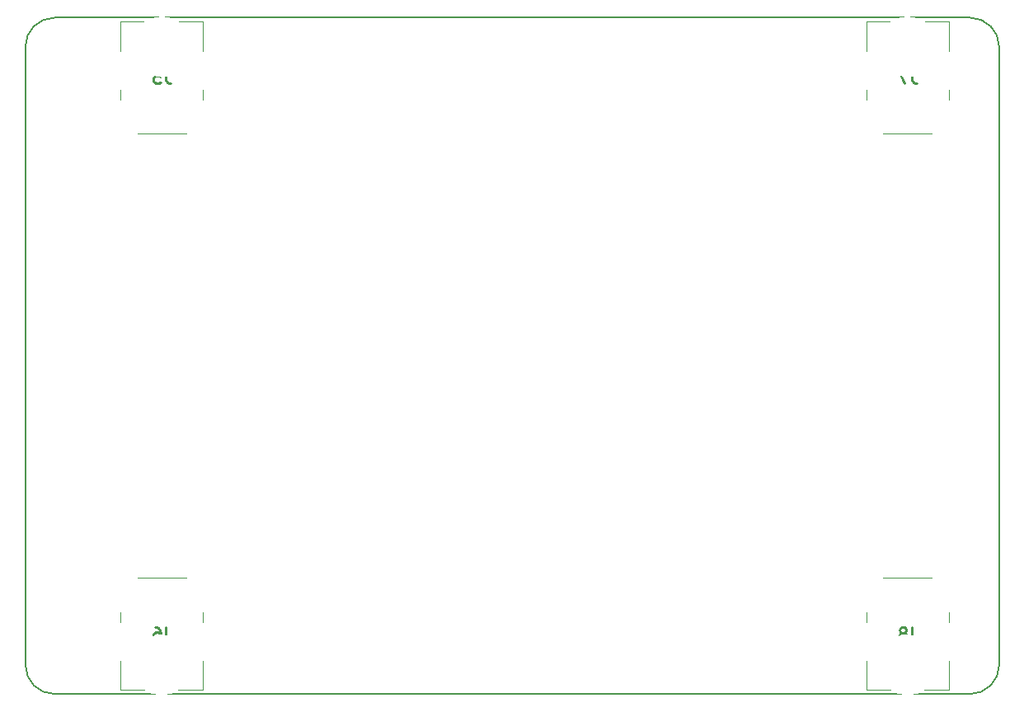
<source format=gbr>
%TF.GenerationSoftware,KiCad,Pcbnew,5.1.10*%
%TF.CreationDate,2021-07-27T11:18:45+02:00*%
%TF.ProjectId,lxbmc,6c78626d-632e-46b6-9963-61645f706362,rev?*%
%TF.SameCoordinates,Original*%
%TF.FileFunction,Legend,Bot*%
%TF.FilePolarity,Positive*%
%FSLAX45Y45*%
G04 Gerber Fmt 4.5, Leading zero omitted, Abs format (unit mm)*
G04 Created by KiCad (PCBNEW 5.1.10) date 2021-07-27 11:18:45*
%MOMM*%
%LPD*%
G01*
G04 APERTURE LIST*
%TA.AperFunction,Profile*%
%ADD10C,0.200000*%
%TD*%
%ADD11C,0.100000*%
%ADD12C,0.254000*%
%ADD13C,1.800000*%
%ADD14C,2.925000*%
%ADD15C,3.251200*%
%ADD16C,2.362200*%
%ADD17C,1.524000*%
%ADD18C,1.714500*%
%ADD19C,1.371600*%
%ADD20R,1.524000X1.524000*%
%ADD21C,6.100000*%
%ADD22C,2.300000*%
%ADD23R,2.300000X2.300000*%
%ADD24C,3.200000*%
%ADD25R,1.700000X1.700000*%
%ADD26O,1.700000X1.700000*%
G04 APERTURE END LIST*
D10*
X300000Y-6950000D02*
G75*
G02*
X0Y-6650000I0J300000D01*
G01*
X0Y-300000D02*
G75*
G02*
X300000Y0I300000J0D01*
G01*
X10000000Y-6650000D02*
G75*
G02*
X9700000Y-6950000I-300000J0D01*
G01*
X9700000Y0D02*
G75*
G02*
X10000000Y-300000I0J-300000D01*
G01*
X300000Y0D02*
X9700000Y0D01*
X0Y-6650000D02*
X0Y-300000D01*
X10000000Y-300000D02*
X10000000Y-6650000D01*
X9700000Y-6950000D02*
X300000Y-6950000D01*
D11*
X9485000Y-6208000D02*
X9485000Y-6108000D01*
X8635000Y-6208000D02*
X8635000Y-6108000D01*
X8810000Y-5758000D02*
X9310000Y-5758000D01*
X9485000Y-6908000D02*
X9485000Y-6608000D01*
X8635000Y-6908000D02*
X9485000Y-6908000D01*
X8635000Y-6608000D02*
X8635000Y-6908000D01*
X8635000Y-742000D02*
X8635000Y-842000D01*
X9485000Y-742000D02*
X9485000Y-842000D01*
X9310000Y-1192000D02*
X8810000Y-1192000D01*
X8635000Y-42000D02*
X8635000Y-342000D01*
X9485000Y-42000D02*
X8635000Y-42000D01*
X9485000Y-342000D02*
X9485000Y-42000D01*
X1825000Y-6208000D02*
X1825000Y-6108000D01*
X975000Y-6208000D02*
X975000Y-6108000D01*
X1150000Y-5758000D02*
X1650000Y-5758000D01*
X1825000Y-6908000D02*
X1825000Y-6608000D01*
X975000Y-6908000D02*
X1825000Y-6908000D01*
X975000Y-6608000D02*
X975000Y-6908000D01*
X975000Y-742000D02*
X975000Y-842000D01*
X1825000Y-742000D02*
X1825000Y-842000D01*
X1650000Y-1192000D02*
X1150000Y-1192000D01*
X975000Y-42000D02*
X975000Y-342000D01*
X1825000Y-42000D02*
X975000Y-42000D01*
X1825000Y-342000D02*
X1825000Y-42000D01*
D12*
X9102333Y-6263252D02*
X9102333Y-6353967D01*
X9108381Y-6372109D01*
X9120476Y-6384205D01*
X9138619Y-6390252D01*
X9150714Y-6390252D01*
X9023714Y-6317681D02*
X9035810Y-6311633D01*
X9041857Y-6305586D01*
X9047905Y-6293490D01*
X9047905Y-6287443D01*
X9041857Y-6275348D01*
X9035810Y-6269300D01*
X9023714Y-6263252D01*
X8999524Y-6263252D01*
X8987429Y-6269300D01*
X8981381Y-6275348D01*
X8975333Y-6287443D01*
X8975333Y-6293490D01*
X8981381Y-6305586D01*
X8987429Y-6311633D01*
X8999524Y-6317681D01*
X9023714Y-6317681D01*
X9035810Y-6323728D01*
X9041857Y-6329776D01*
X9047905Y-6341871D01*
X9047905Y-6366062D01*
X9041857Y-6378157D01*
X9035810Y-6384205D01*
X9023714Y-6390252D01*
X8999524Y-6390252D01*
X8987429Y-6384205D01*
X8981381Y-6378157D01*
X8975333Y-6366062D01*
X8975333Y-6341871D01*
X8981381Y-6329776D01*
X8987429Y-6323728D01*
X8999524Y-6317681D01*
X9102333Y-547652D02*
X9102333Y-638367D01*
X9108381Y-656510D01*
X9120476Y-668605D01*
X9138619Y-674652D01*
X9150714Y-674652D01*
X9053952Y-547652D02*
X8969286Y-547652D01*
X9023714Y-674652D01*
X1442333Y-6263252D02*
X1442333Y-6353967D01*
X1448381Y-6372109D01*
X1460476Y-6384205D01*
X1478619Y-6390252D01*
X1490714Y-6390252D01*
X1327429Y-6263252D02*
X1351619Y-6263252D01*
X1363714Y-6269300D01*
X1369762Y-6275348D01*
X1381857Y-6293490D01*
X1387905Y-6317681D01*
X1387905Y-6366062D01*
X1381857Y-6378157D01*
X1375810Y-6384205D01*
X1363714Y-6390252D01*
X1339524Y-6390252D01*
X1327429Y-6384205D01*
X1321381Y-6378157D01*
X1315333Y-6366062D01*
X1315333Y-6335824D01*
X1321381Y-6323728D01*
X1327429Y-6317681D01*
X1339524Y-6311633D01*
X1363714Y-6311633D01*
X1375810Y-6317681D01*
X1381857Y-6323728D01*
X1387905Y-6335824D01*
X1442333Y-547652D02*
X1442333Y-638367D01*
X1448381Y-656510D01*
X1460476Y-668605D01*
X1478619Y-674652D01*
X1490714Y-674652D01*
X1321381Y-547652D02*
X1381857Y-547652D01*
X1387905Y-608129D01*
X1381857Y-602081D01*
X1369762Y-596033D01*
X1339524Y-596033D01*
X1327429Y-602081D01*
X1321381Y-608129D01*
X1315333Y-620224D01*
X1315333Y-650462D01*
X1321381Y-662557D01*
X1327429Y-668605D01*
X1339524Y-674652D01*
X1369762Y-674652D01*
X1381857Y-668605D01*
X1387905Y-662557D01*
%LPC*%
D13*
X9283607Y-6650000D02*
G75*
G03*
X9283607Y-6650000I-223607J0D01*
G01*
X1623607Y-6650000D02*
G75*
G03*
X1623607Y-6650000I-223607J0D01*
G01*
X1623607Y-300000D02*
G75*
G03*
X1623607Y-300000I-223607J0D01*
G01*
X9283607Y-300000D02*
G75*
G03*
X9283607Y-300000I-223607J0D01*
G01*
D14*
X8685000Y-6400000D03*
X9435000Y-6400000D03*
X8685000Y-5900000D03*
X9435000Y-5900000D03*
X9435000Y-550000D03*
X8685000Y-550000D03*
X9435000Y-1050000D03*
X8685000Y-1050000D03*
X1025000Y-6400000D03*
X1775000Y-6400000D03*
X1025000Y-5900000D03*
X1775000Y-5900000D03*
X1775000Y-550000D03*
X1025000Y-550000D03*
X1775000Y-1050000D03*
X1025000Y-1050000D03*
D15*
X9000000Y-2840000D03*
X9000000Y-4110000D03*
D16*
X9317500Y-2668550D03*
X9317500Y-4281450D03*
D17*
X7476000Y-3576600D03*
X7476000Y-3779800D03*
X7476000Y-3983000D03*
X7222000Y-3678200D03*
X7222000Y-3881400D03*
X7222000Y-4084600D03*
D18*
X6968000Y-2865400D03*
X6968000Y-3119400D03*
X6968000Y-4084600D03*
X6968000Y-3830600D03*
D19*
X8187200Y-2916200D03*
X8187200Y-4033800D03*
X8339600Y-2916200D03*
X8339600Y-4033800D03*
D20*
X7476000Y-2967000D03*
D17*
X7476000Y-3170200D03*
X7476000Y-3373400D03*
X7222000Y-2865400D03*
X7222000Y-3068600D03*
X7222000Y-3271800D03*
D21*
X400000Y-1850000D03*
X400000Y-5150000D03*
X5200000Y-1850000D03*
X5200000Y-5150000D03*
D22*
X5500000Y-6050000D03*
X5150000Y-6050000D03*
X4800000Y-6050000D03*
D23*
X4450000Y-6050000D03*
D22*
X4350000Y-900000D03*
X4700000Y-900000D03*
X5050000Y-900000D03*
D23*
X5400000Y-900000D03*
D22*
X2750000Y-900000D03*
X3100000Y-900000D03*
D23*
X3450000Y-900000D03*
D24*
X9060000Y-6650000D03*
X1400000Y-6650000D03*
X1400000Y-300000D03*
X9060000Y-300000D03*
D25*
X2600000Y-6250000D03*
D26*
X2600000Y-5996000D03*
X2854000Y-6250000D03*
X2854000Y-5996000D03*
X3108000Y-6250000D03*
X3108000Y-5996000D03*
X3362000Y-6250000D03*
X3362000Y-5996000D03*
X3616000Y-6250000D03*
X3616000Y-5996000D03*
M02*

</source>
